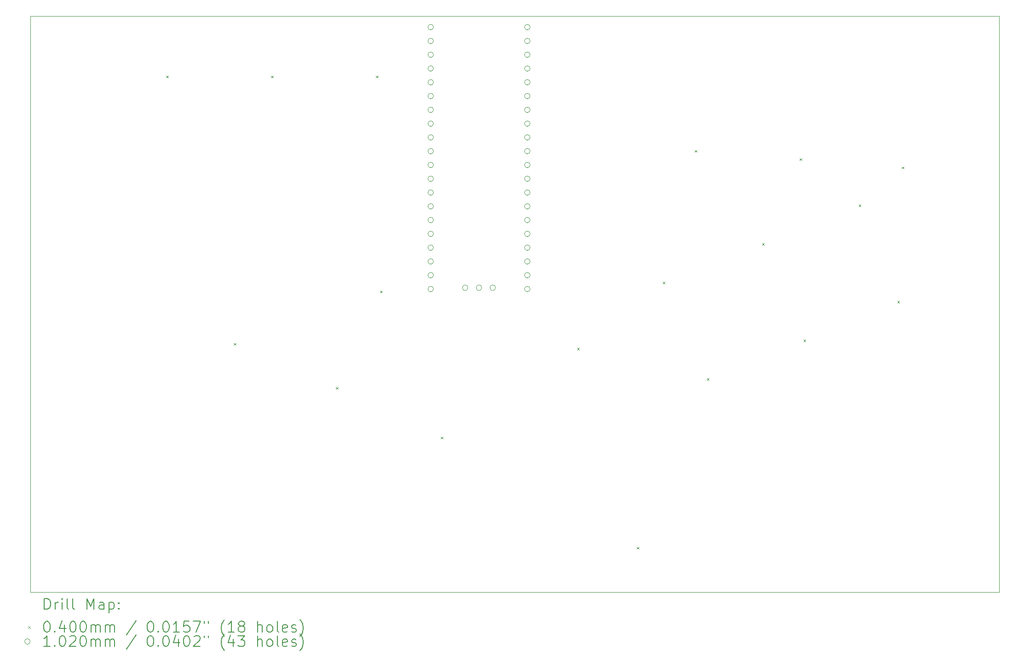
<source format=gbr>
%TF.GenerationSoftware,KiCad,Pcbnew,7.0.5*%
%TF.CreationDate,2023-08-06T16:06:25-05:00*%
%TF.ProjectId,NanoSwap,4e616e6f-5377-4617-902e-6b696361645f,rev?*%
%TF.SameCoordinates,Original*%
%TF.FileFunction,Drillmap*%
%TF.FilePolarity,Positive*%
%FSLAX45Y45*%
G04 Gerber Fmt 4.5, Leading zero omitted, Abs format (unit mm)*
G04 Created by KiCad (PCBNEW 7.0.5) date 2023-08-06 16:06:25*
%MOMM*%
%LPD*%
G01*
G04 APERTURE LIST*
%ADD10C,0.100000*%
%ADD11C,0.200000*%
%ADD12C,0.040000*%
%ADD13C,0.102000*%
G04 APERTURE END LIST*
D10*
X4521200Y-3606800D02*
X22352000Y-3606800D01*
X22352000Y-14224000D01*
X4521200Y-14224000D01*
X4521200Y-3606800D01*
D11*
D12*
X7018519Y-4703400D02*
X7058519Y-4743400D01*
X7058519Y-4703400D02*
X7018519Y-4743400D01*
X8260400Y-9632000D02*
X8300400Y-9672000D01*
X8300400Y-9632000D02*
X8260400Y-9672000D01*
X8948919Y-4703400D02*
X8988919Y-4743400D01*
X8988919Y-4703400D02*
X8948919Y-4743400D01*
X10140000Y-10444800D02*
X10180000Y-10484800D01*
X10180000Y-10444800D02*
X10140000Y-10484800D01*
X10879319Y-4703400D02*
X10919319Y-4743400D01*
X10919319Y-4703400D02*
X10879319Y-4743400D01*
X10952800Y-8666800D02*
X10992800Y-8706800D01*
X10992800Y-8666800D02*
X10952800Y-8706800D01*
X12070400Y-11359200D02*
X12110400Y-11399200D01*
X12110400Y-11359200D02*
X12070400Y-11399200D01*
X14582321Y-9720981D02*
X14622321Y-9760981D01*
X14622321Y-9720981D02*
X14582321Y-9760981D01*
X15677200Y-13391200D02*
X15717200Y-13431200D01*
X15717200Y-13391200D02*
X15677200Y-13431200D01*
X16157121Y-8501781D02*
X16197121Y-8541781D01*
X16197121Y-8501781D02*
X16157121Y-8541781D01*
X16744000Y-6076000D02*
X16784000Y-6116000D01*
X16784000Y-6076000D02*
X16744000Y-6116000D01*
X16969921Y-10279781D02*
X17009921Y-10319781D01*
X17009921Y-10279781D02*
X16969921Y-10319781D01*
X17985921Y-7790581D02*
X18025921Y-7830581D01*
X18025921Y-7790581D02*
X17985921Y-7830581D01*
X18674400Y-6228400D02*
X18714400Y-6268400D01*
X18714400Y-6228400D02*
X18674400Y-6268400D01*
X18747921Y-9568581D02*
X18787921Y-9608581D01*
X18787921Y-9568581D02*
X18747921Y-9608581D01*
X19763921Y-7079381D02*
X19803921Y-7119381D01*
X19803921Y-7079381D02*
X19763921Y-7119381D01*
X20475121Y-8857381D02*
X20515121Y-8897381D01*
X20515121Y-8857381D02*
X20475121Y-8897381D01*
X20554000Y-6380800D02*
X20594000Y-6420800D01*
X20594000Y-6380800D02*
X20554000Y-6420800D01*
D13*
X11938200Y-3810000D02*
G75*
G03*
X11938200Y-3810000I-51000J0D01*
G01*
X11938200Y-4064000D02*
G75*
G03*
X11938200Y-4064000I-51000J0D01*
G01*
X11938200Y-4318000D02*
G75*
G03*
X11938200Y-4318000I-51000J0D01*
G01*
X11938200Y-4572000D02*
G75*
G03*
X11938200Y-4572000I-51000J0D01*
G01*
X11938200Y-4826000D02*
G75*
G03*
X11938200Y-4826000I-51000J0D01*
G01*
X11938200Y-5080000D02*
G75*
G03*
X11938200Y-5080000I-51000J0D01*
G01*
X11938200Y-5334000D02*
G75*
G03*
X11938200Y-5334000I-51000J0D01*
G01*
X11938200Y-5588000D02*
G75*
G03*
X11938200Y-5588000I-51000J0D01*
G01*
X11938200Y-5842000D02*
G75*
G03*
X11938200Y-5842000I-51000J0D01*
G01*
X11938200Y-6096000D02*
G75*
G03*
X11938200Y-6096000I-51000J0D01*
G01*
X11938200Y-6350000D02*
G75*
G03*
X11938200Y-6350000I-51000J0D01*
G01*
X11938200Y-6604000D02*
G75*
G03*
X11938200Y-6604000I-51000J0D01*
G01*
X11938200Y-6858000D02*
G75*
G03*
X11938200Y-6858000I-51000J0D01*
G01*
X11938200Y-7112000D02*
G75*
G03*
X11938200Y-7112000I-51000J0D01*
G01*
X11938200Y-7366000D02*
G75*
G03*
X11938200Y-7366000I-51000J0D01*
G01*
X11938200Y-7620000D02*
G75*
G03*
X11938200Y-7620000I-51000J0D01*
G01*
X11938200Y-7874000D02*
G75*
G03*
X11938200Y-7874000I-51000J0D01*
G01*
X11938200Y-8128000D02*
G75*
G03*
X11938200Y-8128000I-51000J0D01*
G01*
X11938200Y-8382000D02*
G75*
G03*
X11938200Y-8382000I-51000J0D01*
G01*
X11938200Y-8636000D02*
G75*
G03*
X11938200Y-8636000I-51000J0D01*
G01*
X12573200Y-8613000D02*
G75*
G03*
X12573200Y-8613000I-51000J0D01*
G01*
X12827200Y-8613000D02*
G75*
G03*
X12827200Y-8613000I-51000J0D01*
G01*
X13081200Y-8613000D02*
G75*
G03*
X13081200Y-8613000I-51000J0D01*
G01*
X13716200Y-3810000D02*
G75*
G03*
X13716200Y-3810000I-51000J0D01*
G01*
X13716200Y-4064000D02*
G75*
G03*
X13716200Y-4064000I-51000J0D01*
G01*
X13716200Y-4318000D02*
G75*
G03*
X13716200Y-4318000I-51000J0D01*
G01*
X13716200Y-4572000D02*
G75*
G03*
X13716200Y-4572000I-51000J0D01*
G01*
X13716200Y-4826000D02*
G75*
G03*
X13716200Y-4826000I-51000J0D01*
G01*
X13716200Y-5080000D02*
G75*
G03*
X13716200Y-5080000I-51000J0D01*
G01*
X13716200Y-5334000D02*
G75*
G03*
X13716200Y-5334000I-51000J0D01*
G01*
X13716200Y-5588000D02*
G75*
G03*
X13716200Y-5588000I-51000J0D01*
G01*
X13716200Y-5842000D02*
G75*
G03*
X13716200Y-5842000I-51000J0D01*
G01*
X13716200Y-6096000D02*
G75*
G03*
X13716200Y-6096000I-51000J0D01*
G01*
X13716200Y-6350000D02*
G75*
G03*
X13716200Y-6350000I-51000J0D01*
G01*
X13716200Y-6604000D02*
G75*
G03*
X13716200Y-6604000I-51000J0D01*
G01*
X13716200Y-6858000D02*
G75*
G03*
X13716200Y-6858000I-51000J0D01*
G01*
X13716200Y-7112000D02*
G75*
G03*
X13716200Y-7112000I-51000J0D01*
G01*
X13716200Y-7366000D02*
G75*
G03*
X13716200Y-7366000I-51000J0D01*
G01*
X13716200Y-7620000D02*
G75*
G03*
X13716200Y-7620000I-51000J0D01*
G01*
X13716200Y-7874000D02*
G75*
G03*
X13716200Y-7874000I-51000J0D01*
G01*
X13716200Y-8128000D02*
G75*
G03*
X13716200Y-8128000I-51000J0D01*
G01*
X13716200Y-8382000D02*
G75*
G03*
X13716200Y-8382000I-51000J0D01*
G01*
X13716200Y-8636000D02*
G75*
G03*
X13716200Y-8636000I-51000J0D01*
G01*
D11*
X4776977Y-14540484D02*
X4776977Y-14340484D01*
X4776977Y-14340484D02*
X4824596Y-14340484D01*
X4824596Y-14340484D02*
X4853167Y-14350008D01*
X4853167Y-14350008D02*
X4872215Y-14369055D01*
X4872215Y-14369055D02*
X4881739Y-14388103D01*
X4881739Y-14388103D02*
X4891263Y-14426198D01*
X4891263Y-14426198D02*
X4891263Y-14454769D01*
X4891263Y-14454769D02*
X4881739Y-14492865D01*
X4881739Y-14492865D02*
X4872215Y-14511912D01*
X4872215Y-14511912D02*
X4853167Y-14530960D01*
X4853167Y-14530960D02*
X4824596Y-14540484D01*
X4824596Y-14540484D02*
X4776977Y-14540484D01*
X4976977Y-14540484D02*
X4976977Y-14407150D01*
X4976977Y-14445246D02*
X4986501Y-14426198D01*
X4986501Y-14426198D02*
X4996024Y-14416674D01*
X4996024Y-14416674D02*
X5015072Y-14407150D01*
X5015072Y-14407150D02*
X5034120Y-14407150D01*
X5100786Y-14540484D02*
X5100786Y-14407150D01*
X5100786Y-14340484D02*
X5091263Y-14350008D01*
X5091263Y-14350008D02*
X5100786Y-14359531D01*
X5100786Y-14359531D02*
X5110310Y-14350008D01*
X5110310Y-14350008D02*
X5100786Y-14340484D01*
X5100786Y-14340484D02*
X5100786Y-14359531D01*
X5224596Y-14540484D02*
X5205548Y-14530960D01*
X5205548Y-14530960D02*
X5196024Y-14511912D01*
X5196024Y-14511912D02*
X5196024Y-14340484D01*
X5329358Y-14540484D02*
X5310310Y-14530960D01*
X5310310Y-14530960D02*
X5300786Y-14511912D01*
X5300786Y-14511912D02*
X5300786Y-14340484D01*
X5557929Y-14540484D02*
X5557929Y-14340484D01*
X5557929Y-14340484D02*
X5624596Y-14483341D01*
X5624596Y-14483341D02*
X5691262Y-14340484D01*
X5691262Y-14340484D02*
X5691262Y-14540484D01*
X5872215Y-14540484D02*
X5872215Y-14435722D01*
X5872215Y-14435722D02*
X5862691Y-14416674D01*
X5862691Y-14416674D02*
X5843643Y-14407150D01*
X5843643Y-14407150D02*
X5805548Y-14407150D01*
X5805548Y-14407150D02*
X5786501Y-14416674D01*
X5872215Y-14530960D02*
X5853167Y-14540484D01*
X5853167Y-14540484D02*
X5805548Y-14540484D01*
X5805548Y-14540484D02*
X5786501Y-14530960D01*
X5786501Y-14530960D02*
X5776977Y-14511912D01*
X5776977Y-14511912D02*
X5776977Y-14492865D01*
X5776977Y-14492865D02*
X5786501Y-14473817D01*
X5786501Y-14473817D02*
X5805548Y-14464293D01*
X5805548Y-14464293D02*
X5853167Y-14464293D01*
X5853167Y-14464293D02*
X5872215Y-14454769D01*
X5967453Y-14407150D02*
X5967453Y-14607150D01*
X5967453Y-14416674D02*
X5986501Y-14407150D01*
X5986501Y-14407150D02*
X6024596Y-14407150D01*
X6024596Y-14407150D02*
X6043643Y-14416674D01*
X6043643Y-14416674D02*
X6053167Y-14426198D01*
X6053167Y-14426198D02*
X6062691Y-14445246D01*
X6062691Y-14445246D02*
X6062691Y-14502388D01*
X6062691Y-14502388D02*
X6053167Y-14521436D01*
X6053167Y-14521436D02*
X6043643Y-14530960D01*
X6043643Y-14530960D02*
X6024596Y-14540484D01*
X6024596Y-14540484D02*
X5986501Y-14540484D01*
X5986501Y-14540484D02*
X5967453Y-14530960D01*
X6148405Y-14521436D02*
X6157929Y-14530960D01*
X6157929Y-14530960D02*
X6148405Y-14540484D01*
X6148405Y-14540484D02*
X6138882Y-14530960D01*
X6138882Y-14530960D02*
X6148405Y-14521436D01*
X6148405Y-14521436D02*
X6148405Y-14540484D01*
X6148405Y-14416674D02*
X6157929Y-14426198D01*
X6157929Y-14426198D02*
X6148405Y-14435722D01*
X6148405Y-14435722D02*
X6138882Y-14426198D01*
X6138882Y-14426198D02*
X6148405Y-14416674D01*
X6148405Y-14416674D02*
X6148405Y-14435722D01*
D12*
X4476200Y-14849000D02*
X4516200Y-14889000D01*
X4516200Y-14849000D02*
X4476200Y-14889000D01*
D11*
X4815072Y-14760484D02*
X4834120Y-14760484D01*
X4834120Y-14760484D02*
X4853167Y-14770008D01*
X4853167Y-14770008D02*
X4862691Y-14779531D01*
X4862691Y-14779531D02*
X4872215Y-14798579D01*
X4872215Y-14798579D02*
X4881739Y-14836674D01*
X4881739Y-14836674D02*
X4881739Y-14884293D01*
X4881739Y-14884293D02*
X4872215Y-14922388D01*
X4872215Y-14922388D02*
X4862691Y-14941436D01*
X4862691Y-14941436D02*
X4853167Y-14950960D01*
X4853167Y-14950960D02*
X4834120Y-14960484D01*
X4834120Y-14960484D02*
X4815072Y-14960484D01*
X4815072Y-14960484D02*
X4796024Y-14950960D01*
X4796024Y-14950960D02*
X4786501Y-14941436D01*
X4786501Y-14941436D02*
X4776977Y-14922388D01*
X4776977Y-14922388D02*
X4767453Y-14884293D01*
X4767453Y-14884293D02*
X4767453Y-14836674D01*
X4767453Y-14836674D02*
X4776977Y-14798579D01*
X4776977Y-14798579D02*
X4786501Y-14779531D01*
X4786501Y-14779531D02*
X4796024Y-14770008D01*
X4796024Y-14770008D02*
X4815072Y-14760484D01*
X4967453Y-14941436D02*
X4976977Y-14950960D01*
X4976977Y-14950960D02*
X4967453Y-14960484D01*
X4967453Y-14960484D02*
X4957929Y-14950960D01*
X4957929Y-14950960D02*
X4967453Y-14941436D01*
X4967453Y-14941436D02*
X4967453Y-14960484D01*
X5148405Y-14827150D02*
X5148405Y-14960484D01*
X5100786Y-14750960D02*
X5053167Y-14893817D01*
X5053167Y-14893817D02*
X5176977Y-14893817D01*
X5291263Y-14760484D02*
X5310310Y-14760484D01*
X5310310Y-14760484D02*
X5329358Y-14770008D01*
X5329358Y-14770008D02*
X5338882Y-14779531D01*
X5338882Y-14779531D02*
X5348405Y-14798579D01*
X5348405Y-14798579D02*
X5357929Y-14836674D01*
X5357929Y-14836674D02*
X5357929Y-14884293D01*
X5357929Y-14884293D02*
X5348405Y-14922388D01*
X5348405Y-14922388D02*
X5338882Y-14941436D01*
X5338882Y-14941436D02*
X5329358Y-14950960D01*
X5329358Y-14950960D02*
X5310310Y-14960484D01*
X5310310Y-14960484D02*
X5291263Y-14960484D01*
X5291263Y-14960484D02*
X5272215Y-14950960D01*
X5272215Y-14950960D02*
X5262691Y-14941436D01*
X5262691Y-14941436D02*
X5253167Y-14922388D01*
X5253167Y-14922388D02*
X5243644Y-14884293D01*
X5243644Y-14884293D02*
X5243644Y-14836674D01*
X5243644Y-14836674D02*
X5253167Y-14798579D01*
X5253167Y-14798579D02*
X5262691Y-14779531D01*
X5262691Y-14779531D02*
X5272215Y-14770008D01*
X5272215Y-14770008D02*
X5291263Y-14760484D01*
X5481739Y-14760484D02*
X5500786Y-14760484D01*
X5500786Y-14760484D02*
X5519834Y-14770008D01*
X5519834Y-14770008D02*
X5529358Y-14779531D01*
X5529358Y-14779531D02*
X5538882Y-14798579D01*
X5538882Y-14798579D02*
X5548405Y-14836674D01*
X5548405Y-14836674D02*
X5548405Y-14884293D01*
X5548405Y-14884293D02*
X5538882Y-14922388D01*
X5538882Y-14922388D02*
X5529358Y-14941436D01*
X5529358Y-14941436D02*
X5519834Y-14950960D01*
X5519834Y-14950960D02*
X5500786Y-14960484D01*
X5500786Y-14960484D02*
X5481739Y-14960484D01*
X5481739Y-14960484D02*
X5462691Y-14950960D01*
X5462691Y-14950960D02*
X5453167Y-14941436D01*
X5453167Y-14941436D02*
X5443644Y-14922388D01*
X5443644Y-14922388D02*
X5434120Y-14884293D01*
X5434120Y-14884293D02*
X5434120Y-14836674D01*
X5434120Y-14836674D02*
X5443644Y-14798579D01*
X5443644Y-14798579D02*
X5453167Y-14779531D01*
X5453167Y-14779531D02*
X5462691Y-14770008D01*
X5462691Y-14770008D02*
X5481739Y-14760484D01*
X5634120Y-14960484D02*
X5634120Y-14827150D01*
X5634120Y-14846198D02*
X5643643Y-14836674D01*
X5643643Y-14836674D02*
X5662691Y-14827150D01*
X5662691Y-14827150D02*
X5691263Y-14827150D01*
X5691263Y-14827150D02*
X5710310Y-14836674D01*
X5710310Y-14836674D02*
X5719834Y-14855722D01*
X5719834Y-14855722D02*
X5719834Y-14960484D01*
X5719834Y-14855722D02*
X5729358Y-14836674D01*
X5729358Y-14836674D02*
X5748405Y-14827150D01*
X5748405Y-14827150D02*
X5776977Y-14827150D01*
X5776977Y-14827150D02*
X5796024Y-14836674D01*
X5796024Y-14836674D02*
X5805548Y-14855722D01*
X5805548Y-14855722D02*
X5805548Y-14960484D01*
X5900786Y-14960484D02*
X5900786Y-14827150D01*
X5900786Y-14846198D02*
X5910310Y-14836674D01*
X5910310Y-14836674D02*
X5929358Y-14827150D01*
X5929358Y-14827150D02*
X5957929Y-14827150D01*
X5957929Y-14827150D02*
X5976977Y-14836674D01*
X5976977Y-14836674D02*
X5986501Y-14855722D01*
X5986501Y-14855722D02*
X5986501Y-14960484D01*
X5986501Y-14855722D02*
X5996024Y-14836674D01*
X5996024Y-14836674D02*
X6015072Y-14827150D01*
X6015072Y-14827150D02*
X6043643Y-14827150D01*
X6043643Y-14827150D02*
X6062691Y-14836674D01*
X6062691Y-14836674D02*
X6072215Y-14855722D01*
X6072215Y-14855722D02*
X6072215Y-14960484D01*
X6462691Y-14750960D02*
X6291263Y-15008103D01*
X6719834Y-14760484D02*
X6738882Y-14760484D01*
X6738882Y-14760484D02*
X6757929Y-14770008D01*
X6757929Y-14770008D02*
X6767453Y-14779531D01*
X6767453Y-14779531D02*
X6776977Y-14798579D01*
X6776977Y-14798579D02*
X6786501Y-14836674D01*
X6786501Y-14836674D02*
X6786501Y-14884293D01*
X6786501Y-14884293D02*
X6776977Y-14922388D01*
X6776977Y-14922388D02*
X6767453Y-14941436D01*
X6767453Y-14941436D02*
X6757929Y-14950960D01*
X6757929Y-14950960D02*
X6738882Y-14960484D01*
X6738882Y-14960484D02*
X6719834Y-14960484D01*
X6719834Y-14960484D02*
X6700786Y-14950960D01*
X6700786Y-14950960D02*
X6691263Y-14941436D01*
X6691263Y-14941436D02*
X6681739Y-14922388D01*
X6681739Y-14922388D02*
X6672215Y-14884293D01*
X6672215Y-14884293D02*
X6672215Y-14836674D01*
X6672215Y-14836674D02*
X6681739Y-14798579D01*
X6681739Y-14798579D02*
X6691263Y-14779531D01*
X6691263Y-14779531D02*
X6700786Y-14770008D01*
X6700786Y-14770008D02*
X6719834Y-14760484D01*
X6872215Y-14941436D02*
X6881739Y-14950960D01*
X6881739Y-14950960D02*
X6872215Y-14960484D01*
X6872215Y-14960484D02*
X6862691Y-14950960D01*
X6862691Y-14950960D02*
X6872215Y-14941436D01*
X6872215Y-14941436D02*
X6872215Y-14960484D01*
X7005548Y-14760484D02*
X7024596Y-14760484D01*
X7024596Y-14760484D02*
X7043644Y-14770008D01*
X7043644Y-14770008D02*
X7053167Y-14779531D01*
X7053167Y-14779531D02*
X7062691Y-14798579D01*
X7062691Y-14798579D02*
X7072215Y-14836674D01*
X7072215Y-14836674D02*
X7072215Y-14884293D01*
X7072215Y-14884293D02*
X7062691Y-14922388D01*
X7062691Y-14922388D02*
X7053167Y-14941436D01*
X7053167Y-14941436D02*
X7043644Y-14950960D01*
X7043644Y-14950960D02*
X7024596Y-14960484D01*
X7024596Y-14960484D02*
X7005548Y-14960484D01*
X7005548Y-14960484D02*
X6986501Y-14950960D01*
X6986501Y-14950960D02*
X6976977Y-14941436D01*
X6976977Y-14941436D02*
X6967453Y-14922388D01*
X6967453Y-14922388D02*
X6957929Y-14884293D01*
X6957929Y-14884293D02*
X6957929Y-14836674D01*
X6957929Y-14836674D02*
X6967453Y-14798579D01*
X6967453Y-14798579D02*
X6976977Y-14779531D01*
X6976977Y-14779531D02*
X6986501Y-14770008D01*
X6986501Y-14770008D02*
X7005548Y-14760484D01*
X7262691Y-14960484D02*
X7148406Y-14960484D01*
X7205548Y-14960484D02*
X7205548Y-14760484D01*
X7205548Y-14760484D02*
X7186501Y-14789055D01*
X7186501Y-14789055D02*
X7167453Y-14808103D01*
X7167453Y-14808103D02*
X7148406Y-14817627D01*
X7443644Y-14760484D02*
X7348406Y-14760484D01*
X7348406Y-14760484D02*
X7338882Y-14855722D01*
X7338882Y-14855722D02*
X7348406Y-14846198D01*
X7348406Y-14846198D02*
X7367453Y-14836674D01*
X7367453Y-14836674D02*
X7415072Y-14836674D01*
X7415072Y-14836674D02*
X7434120Y-14846198D01*
X7434120Y-14846198D02*
X7443644Y-14855722D01*
X7443644Y-14855722D02*
X7453167Y-14874769D01*
X7453167Y-14874769D02*
X7453167Y-14922388D01*
X7453167Y-14922388D02*
X7443644Y-14941436D01*
X7443644Y-14941436D02*
X7434120Y-14950960D01*
X7434120Y-14950960D02*
X7415072Y-14960484D01*
X7415072Y-14960484D02*
X7367453Y-14960484D01*
X7367453Y-14960484D02*
X7348406Y-14950960D01*
X7348406Y-14950960D02*
X7338882Y-14941436D01*
X7519834Y-14760484D02*
X7653167Y-14760484D01*
X7653167Y-14760484D02*
X7567453Y-14960484D01*
X7719834Y-14760484D02*
X7719834Y-14798579D01*
X7796025Y-14760484D02*
X7796025Y-14798579D01*
X8091263Y-15036674D02*
X8081739Y-15027150D01*
X8081739Y-15027150D02*
X8062691Y-14998579D01*
X8062691Y-14998579D02*
X8053168Y-14979531D01*
X8053168Y-14979531D02*
X8043644Y-14950960D01*
X8043644Y-14950960D02*
X8034120Y-14903341D01*
X8034120Y-14903341D02*
X8034120Y-14865246D01*
X8034120Y-14865246D02*
X8043644Y-14817627D01*
X8043644Y-14817627D02*
X8053168Y-14789055D01*
X8053168Y-14789055D02*
X8062691Y-14770008D01*
X8062691Y-14770008D02*
X8081739Y-14741436D01*
X8081739Y-14741436D02*
X8091263Y-14731912D01*
X8272215Y-14960484D02*
X8157929Y-14960484D01*
X8215072Y-14960484D02*
X8215072Y-14760484D01*
X8215072Y-14760484D02*
X8196025Y-14789055D01*
X8196025Y-14789055D02*
X8176977Y-14808103D01*
X8176977Y-14808103D02*
X8157929Y-14817627D01*
X8386501Y-14846198D02*
X8367453Y-14836674D01*
X8367453Y-14836674D02*
X8357929Y-14827150D01*
X8357929Y-14827150D02*
X8348406Y-14808103D01*
X8348406Y-14808103D02*
X8348406Y-14798579D01*
X8348406Y-14798579D02*
X8357929Y-14779531D01*
X8357929Y-14779531D02*
X8367453Y-14770008D01*
X8367453Y-14770008D02*
X8386501Y-14760484D01*
X8386501Y-14760484D02*
X8424596Y-14760484D01*
X8424596Y-14760484D02*
X8443644Y-14770008D01*
X8443644Y-14770008D02*
X8453168Y-14779531D01*
X8453168Y-14779531D02*
X8462691Y-14798579D01*
X8462691Y-14798579D02*
X8462691Y-14808103D01*
X8462691Y-14808103D02*
X8453168Y-14827150D01*
X8453168Y-14827150D02*
X8443644Y-14836674D01*
X8443644Y-14836674D02*
X8424596Y-14846198D01*
X8424596Y-14846198D02*
X8386501Y-14846198D01*
X8386501Y-14846198D02*
X8367453Y-14855722D01*
X8367453Y-14855722D02*
X8357929Y-14865246D01*
X8357929Y-14865246D02*
X8348406Y-14884293D01*
X8348406Y-14884293D02*
X8348406Y-14922388D01*
X8348406Y-14922388D02*
X8357929Y-14941436D01*
X8357929Y-14941436D02*
X8367453Y-14950960D01*
X8367453Y-14950960D02*
X8386501Y-14960484D01*
X8386501Y-14960484D02*
X8424596Y-14960484D01*
X8424596Y-14960484D02*
X8443644Y-14950960D01*
X8443644Y-14950960D02*
X8453168Y-14941436D01*
X8453168Y-14941436D02*
X8462691Y-14922388D01*
X8462691Y-14922388D02*
X8462691Y-14884293D01*
X8462691Y-14884293D02*
X8453168Y-14865246D01*
X8453168Y-14865246D02*
X8443644Y-14855722D01*
X8443644Y-14855722D02*
X8424596Y-14846198D01*
X8700787Y-14960484D02*
X8700787Y-14760484D01*
X8786501Y-14960484D02*
X8786501Y-14855722D01*
X8786501Y-14855722D02*
X8776977Y-14836674D01*
X8776977Y-14836674D02*
X8757930Y-14827150D01*
X8757930Y-14827150D02*
X8729358Y-14827150D01*
X8729358Y-14827150D02*
X8710311Y-14836674D01*
X8710311Y-14836674D02*
X8700787Y-14846198D01*
X8910311Y-14960484D02*
X8891263Y-14950960D01*
X8891263Y-14950960D02*
X8881739Y-14941436D01*
X8881739Y-14941436D02*
X8872215Y-14922388D01*
X8872215Y-14922388D02*
X8872215Y-14865246D01*
X8872215Y-14865246D02*
X8881739Y-14846198D01*
X8881739Y-14846198D02*
X8891263Y-14836674D01*
X8891263Y-14836674D02*
X8910311Y-14827150D01*
X8910311Y-14827150D02*
X8938882Y-14827150D01*
X8938882Y-14827150D02*
X8957930Y-14836674D01*
X8957930Y-14836674D02*
X8967453Y-14846198D01*
X8967453Y-14846198D02*
X8976977Y-14865246D01*
X8976977Y-14865246D02*
X8976977Y-14922388D01*
X8976977Y-14922388D02*
X8967453Y-14941436D01*
X8967453Y-14941436D02*
X8957930Y-14950960D01*
X8957930Y-14950960D02*
X8938882Y-14960484D01*
X8938882Y-14960484D02*
X8910311Y-14960484D01*
X9091263Y-14960484D02*
X9072215Y-14950960D01*
X9072215Y-14950960D02*
X9062692Y-14931912D01*
X9062692Y-14931912D02*
X9062692Y-14760484D01*
X9243644Y-14950960D02*
X9224596Y-14960484D01*
X9224596Y-14960484D02*
X9186501Y-14960484D01*
X9186501Y-14960484D02*
X9167453Y-14950960D01*
X9167453Y-14950960D02*
X9157930Y-14931912D01*
X9157930Y-14931912D02*
X9157930Y-14855722D01*
X9157930Y-14855722D02*
X9167453Y-14836674D01*
X9167453Y-14836674D02*
X9186501Y-14827150D01*
X9186501Y-14827150D02*
X9224596Y-14827150D01*
X9224596Y-14827150D02*
X9243644Y-14836674D01*
X9243644Y-14836674D02*
X9253168Y-14855722D01*
X9253168Y-14855722D02*
X9253168Y-14874769D01*
X9253168Y-14874769D02*
X9157930Y-14893817D01*
X9329358Y-14950960D02*
X9348406Y-14960484D01*
X9348406Y-14960484D02*
X9386501Y-14960484D01*
X9386501Y-14960484D02*
X9405549Y-14950960D01*
X9405549Y-14950960D02*
X9415073Y-14931912D01*
X9415073Y-14931912D02*
X9415073Y-14922388D01*
X9415073Y-14922388D02*
X9405549Y-14903341D01*
X9405549Y-14903341D02*
X9386501Y-14893817D01*
X9386501Y-14893817D02*
X9357930Y-14893817D01*
X9357930Y-14893817D02*
X9338882Y-14884293D01*
X9338882Y-14884293D02*
X9329358Y-14865246D01*
X9329358Y-14865246D02*
X9329358Y-14855722D01*
X9329358Y-14855722D02*
X9338882Y-14836674D01*
X9338882Y-14836674D02*
X9357930Y-14827150D01*
X9357930Y-14827150D02*
X9386501Y-14827150D01*
X9386501Y-14827150D02*
X9405549Y-14836674D01*
X9481739Y-15036674D02*
X9491263Y-15027150D01*
X9491263Y-15027150D02*
X9510311Y-14998579D01*
X9510311Y-14998579D02*
X9519834Y-14979531D01*
X9519834Y-14979531D02*
X9529358Y-14950960D01*
X9529358Y-14950960D02*
X9538882Y-14903341D01*
X9538882Y-14903341D02*
X9538882Y-14865246D01*
X9538882Y-14865246D02*
X9529358Y-14817627D01*
X9529358Y-14817627D02*
X9519834Y-14789055D01*
X9519834Y-14789055D02*
X9510311Y-14770008D01*
X9510311Y-14770008D02*
X9491263Y-14741436D01*
X9491263Y-14741436D02*
X9481739Y-14731912D01*
D13*
X4516200Y-15133000D02*
G75*
G03*
X4516200Y-15133000I-51000J0D01*
G01*
D11*
X4881739Y-15224484D02*
X4767453Y-15224484D01*
X4824596Y-15224484D02*
X4824596Y-15024484D01*
X4824596Y-15024484D02*
X4805548Y-15053055D01*
X4805548Y-15053055D02*
X4786501Y-15072103D01*
X4786501Y-15072103D02*
X4767453Y-15081627D01*
X4967453Y-15205436D02*
X4976977Y-15214960D01*
X4976977Y-15214960D02*
X4967453Y-15224484D01*
X4967453Y-15224484D02*
X4957929Y-15214960D01*
X4957929Y-15214960D02*
X4967453Y-15205436D01*
X4967453Y-15205436D02*
X4967453Y-15224484D01*
X5100786Y-15024484D02*
X5119834Y-15024484D01*
X5119834Y-15024484D02*
X5138882Y-15034008D01*
X5138882Y-15034008D02*
X5148405Y-15043531D01*
X5148405Y-15043531D02*
X5157929Y-15062579D01*
X5157929Y-15062579D02*
X5167453Y-15100674D01*
X5167453Y-15100674D02*
X5167453Y-15148293D01*
X5167453Y-15148293D02*
X5157929Y-15186388D01*
X5157929Y-15186388D02*
X5148405Y-15205436D01*
X5148405Y-15205436D02*
X5138882Y-15214960D01*
X5138882Y-15214960D02*
X5119834Y-15224484D01*
X5119834Y-15224484D02*
X5100786Y-15224484D01*
X5100786Y-15224484D02*
X5081739Y-15214960D01*
X5081739Y-15214960D02*
X5072215Y-15205436D01*
X5072215Y-15205436D02*
X5062691Y-15186388D01*
X5062691Y-15186388D02*
X5053167Y-15148293D01*
X5053167Y-15148293D02*
X5053167Y-15100674D01*
X5053167Y-15100674D02*
X5062691Y-15062579D01*
X5062691Y-15062579D02*
X5072215Y-15043531D01*
X5072215Y-15043531D02*
X5081739Y-15034008D01*
X5081739Y-15034008D02*
X5100786Y-15024484D01*
X5243644Y-15043531D02*
X5253167Y-15034008D01*
X5253167Y-15034008D02*
X5272215Y-15024484D01*
X5272215Y-15024484D02*
X5319834Y-15024484D01*
X5319834Y-15024484D02*
X5338882Y-15034008D01*
X5338882Y-15034008D02*
X5348405Y-15043531D01*
X5348405Y-15043531D02*
X5357929Y-15062579D01*
X5357929Y-15062579D02*
X5357929Y-15081627D01*
X5357929Y-15081627D02*
X5348405Y-15110198D01*
X5348405Y-15110198D02*
X5234120Y-15224484D01*
X5234120Y-15224484D02*
X5357929Y-15224484D01*
X5481739Y-15024484D02*
X5500786Y-15024484D01*
X5500786Y-15024484D02*
X5519834Y-15034008D01*
X5519834Y-15034008D02*
X5529358Y-15043531D01*
X5529358Y-15043531D02*
X5538882Y-15062579D01*
X5538882Y-15062579D02*
X5548405Y-15100674D01*
X5548405Y-15100674D02*
X5548405Y-15148293D01*
X5548405Y-15148293D02*
X5538882Y-15186388D01*
X5538882Y-15186388D02*
X5529358Y-15205436D01*
X5529358Y-15205436D02*
X5519834Y-15214960D01*
X5519834Y-15214960D02*
X5500786Y-15224484D01*
X5500786Y-15224484D02*
X5481739Y-15224484D01*
X5481739Y-15224484D02*
X5462691Y-15214960D01*
X5462691Y-15214960D02*
X5453167Y-15205436D01*
X5453167Y-15205436D02*
X5443644Y-15186388D01*
X5443644Y-15186388D02*
X5434120Y-15148293D01*
X5434120Y-15148293D02*
X5434120Y-15100674D01*
X5434120Y-15100674D02*
X5443644Y-15062579D01*
X5443644Y-15062579D02*
X5453167Y-15043531D01*
X5453167Y-15043531D02*
X5462691Y-15034008D01*
X5462691Y-15034008D02*
X5481739Y-15024484D01*
X5634120Y-15224484D02*
X5634120Y-15091150D01*
X5634120Y-15110198D02*
X5643643Y-15100674D01*
X5643643Y-15100674D02*
X5662691Y-15091150D01*
X5662691Y-15091150D02*
X5691263Y-15091150D01*
X5691263Y-15091150D02*
X5710310Y-15100674D01*
X5710310Y-15100674D02*
X5719834Y-15119722D01*
X5719834Y-15119722D02*
X5719834Y-15224484D01*
X5719834Y-15119722D02*
X5729358Y-15100674D01*
X5729358Y-15100674D02*
X5748405Y-15091150D01*
X5748405Y-15091150D02*
X5776977Y-15091150D01*
X5776977Y-15091150D02*
X5796024Y-15100674D01*
X5796024Y-15100674D02*
X5805548Y-15119722D01*
X5805548Y-15119722D02*
X5805548Y-15224484D01*
X5900786Y-15224484D02*
X5900786Y-15091150D01*
X5900786Y-15110198D02*
X5910310Y-15100674D01*
X5910310Y-15100674D02*
X5929358Y-15091150D01*
X5929358Y-15091150D02*
X5957929Y-15091150D01*
X5957929Y-15091150D02*
X5976977Y-15100674D01*
X5976977Y-15100674D02*
X5986501Y-15119722D01*
X5986501Y-15119722D02*
X5986501Y-15224484D01*
X5986501Y-15119722D02*
X5996024Y-15100674D01*
X5996024Y-15100674D02*
X6015072Y-15091150D01*
X6015072Y-15091150D02*
X6043643Y-15091150D01*
X6043643Y-15091150D02*
X6062691Y-15100674D01*
X6062691Y-15100674D02*
X6072215Y-15119722D01*
X6072215Y-15119722D02*
X6072215Y-15224484D01*
X6462691Y-15014960D02*
X6291263Y-15272103D01*
X6719834Y-15024484D02*
X6738882Y-15024484D01*
X6738882Y-15024484D02*
X6757929Y-15034008D01*
X6757929Y-15034008D02*
X6767453Y-15043531D01*
X6767453Y-15043531D02*
X6776977Y-15062579D01*
X6776977Y-15062579D02*
X6786501Y-15100674D01*
X6786501Y-15100674D02*
X6786501Y-15148293D01*
X6786501Y-15148293D02*
X6776977Y-15186388D01*
X6776977Y-15186388D02*
X6767453Y-15205436D01*
X6767453Y-15205436D02*
X6757929Y-15214960D01*
X6757929Y-15214960D02*
X6738882Y-15224484D01*
X6738882Y-15224484D02*
X6719834Y-15224484D01*
X6719834Y-15224484D02*
X6700786Y-15214960D01*
X6700786Y-15214960D02*
X6691263Y-15205436D01*
X6691263Y-15205436D02*
X6681739Y-15186388D01*
X6681739Y-15186388D02*
X6672215Y-15148293D01*
X6672215Y-15148293D02*
X6672215Y-15100674D01*
X6672215Y-15100674D02*
X6681739Y-15062579D01*
X6681739Y-15062579D02*
X6691263Y-15043531D01*
X6691263Y-15043531D02*
X6700786Y-15034008D01*
X6700786Y-15034008D02*
X6719834Y-15024484D01*
X6872215Y-15205436D02*
X6881739Y-15214960D01*
X6881739Y-15214960D02*
X6872215Y-15224484D01*
X6872215Y-15224484D02*
X6862691Y-15214960D01*
X6862691Y-15214960D02*
X6872215Y-15205436D01*
X6872215Y-15205436D02*
X6872215Y-15224484D01*
X7005548Y-15024484D02*
X7024596Y-15024484D01*
X7024596Y-15024484D02*
X7043644Y-15034008D01*
X7043644Y-15034008D02*
X7053167Y-15043531D01*
X7053167Y-15043531D02*
X7062691Y-15062579D01*
X7062691Y-15062579D02*
X7072215Y-15100674D01*
X7072215Y-15100674D02*
X7072215Y-15148293D01*
X7072215Y-15148293D02*
X7062691Y-15186388D01*
X7062691Y-15186388D02*
X7053167Y-15205436D01*
X7053167Y-15205436D02*
X7043644Y-15214960D01*
X7043644Y-15214960D02*
X7024596Y-15224484D01*
X7024596Y-15224484D02*
X7005548Y-15224484D01*
X7005548Y-15224484D02*
X6986501Y-15214960D01*
X6986501Y-15214960D02*
X6976977Y-15205436D01*
X6976977Y-15205436D02*
X6967453Y-15186388D01*
X6967453Y-15186388D02*
X6957929Y-15148293D01*
X6957929Y-15148293D02*
X6957929Y-15100674D01*
X6957929Y-15100674D02*
X6967453Y-15062579D01*
X6967453Y-15062579D02*
X6976977Y-15043531D01*
X6976977Y-15043531D02*
X6986501Y-15034008D01*
X6986501Y-15034008D02*
X7005548Y-15024484D01*
X7243644Y-15091150D02*
X7243644Y-15224484D01*
X7196025Y-15014960D02*
X7148406Y-15157817D01*
X7148406Y-15157817D02*
X7272215Y-15157817D01*
X7386501Y-15024484D02*
X7405548Y-15024484D01*
X7405548Y-15024484D02*
X7424596Y-15034008D01*
X7424596Y-15034008D02*
X7434120Y-15043531D01*
X7434120Y-15043531D02*
X7443644Y-15062579D01*
X7443644Y-15062579D02*
X7453167Y-15100674D01*
X7453167Y-15100674D02*
X7453167Y-15148293D01*
X7453167Y-15148293D02*
X7443644Y-15186388D01*
X7443644Y-15186388D02*
X7434120Y-15205436D01*
X7434120Y-15205436D02*
X7424596Y-15214960D01*
X7424596Y-15214960D02*
X7405548Y-15224484D01*
X7405548Y-15224484D02*
X7386501Y-15224484D01*
X7386501Y-15224484D02*
X7367453Y-15214960D01*
X7367453Y-15214960D02*
X7357929Y-15205436D01*
X7357929Y-15205436D02*
X7348406Y-15186388D01*
X7348406Y-15186388D02*
X7338882Y-15148293D01*
X7338882Y-15148293D02*
X7338882Y-15100674D01*
X7338882Y-15100674D02*
X7348406Y-15062579D01*
X7348406Y-15062579D02*
X7357929Y-15043531D01*
X7357929Y-15043531D02*
X7367453Y-15034008D01*
X7367453Y-15034008D02*
X7386501Y-15024484D01*
X7529358Y-15043531D02*
X7538882Y-15034008D01*
X7538882Y-15034008D02*
X7557929Y-15024484D01*
X7557929Y-15024484D02*
X7605548Y-15024484D01*
X7605548Y-15024484D02*
X7624596Y-15034008D01*
X7624596Y-15034008D02*
X7634120Y-15043531D01*
X7634120Y-15043531D02*
X7643644Y-15062579D01*
X7643644Y-15062579D02*
X7643644Y-15081627D01*
X7643644Y-15081627D02*
X7634120Y-15110198D01*
X7634120Y-15110198D02*
X7519834Y-15224484D01*
X7519834Y-15224484D02*
X7643644Y-15224484D01*
X7719834Y-15024484D02*
X7719834Y-15062579D01*
X7796025Y-15024484D02*
X7796025Y-15062579D01*
X8091263Y-15300674D02*
X8081739Y-15291150D01*
X8081739Y-15291150D02*
X8062691Y-15262579D01*
X8062691Y-15262579D02*
X8053168Y-15243531D01*
X8053168Y-15243531D02*
X8043644Y-15214960D01*
X8043644Y-15214960D02*
X8034120Y-15167341D01*
X8034120Y-15167341D02*
X8034120Y-15129246D01*
X8034120Y-15129246D02*
X8043644Y-15081627D01*
X8043644Y-15081627D02*
X8053168Y-15053055D01*
X8053168Y-15053055D02*
X8062691Y-15034008D01*
X8062691Y-15034008D02*
X8081739Y-15005436D01*
X8081739Y-15005436D02*
X8091263Y-14995912D01*
X8253168Y-15091150D02*
X8253168Y-15224484D01*
X8205548Y-15014960D02*
X8157929Y-15157817D01*
X8157929Y-15157817D02*
X8281739Y-15157817D01*
X8338882Y-15024484D02*
X8462691Y-15024484D01*
X8462691Y-15024484D02*
X8396025Y-15100674D01*
X8396025Y-15100674D02*
X8424596Y-15100674D01*
X8424596Y-15100674D02*
X8443644Y-15110198D01*
X8443644Y-15110198D02*
X8453168Y-15119722D01*
X8453168Y-15119722D02*
X8462691Y-15138769D01*
X8462691Y-15138769D02*
X8462691Y-15186388D01*
X8462691Y-15186388D02*
X8453168Y-15205436D01*
X8453168Y-15205436D02*
X8443644Y-15214960D01*
X8443644Y-15214960D02*
X8424596Y-15224484D01*
X8424596Y-15224484D02*
X8367453Y-15224484D01*
X8367453Y-15224484D02*
X8348406Y-15214960D01*
X8348406Y-15214960D02*
X8338882Y-15205436D01*
X8700787Y-15224484D02*
X8700787Y-15024484D01*
X8786501Y-15224484D02*
X8786501Y-15119722D01*
X8786501Y-15119722D02*
X8776977Y-15100674D01*
X8776977Y-15100674D02*
X8757930Y-15091150D01*
X8757930Y-15091150D02*
X8729358Y-15091150D01*
X8729358Y-15091150D02*
X8710311Y-15100674D01*
X8710311Y-15100674D02*
X8700787Y-15110198D01*
X8910311Y-15224484D02*
X8891263Y-15214960D01*
X8891263Y-15214960D02*
X8881739Y-15205436D01*
X8881739Y-15205436D02*
X8872215Y-15186388D01*
X8872215Y-15186388D02*
X8872215Y-15129246D01*
X8872215Y-15129246D02*
X8881739Y-15110198D01*
X8881739Y-15110198D02*
X8891263Y-15100674D01*
X8891263Y-15100674D02*
X8910311Y-15091150D01*
X8910311Y-15091150D02*
X8938882Y-15091150D01*
X8938882Y-15091150D02*
X8957930Y-15100674D01*
X8957930Y-15100674D02*
X8967453Y-15110198D01*
X8967453Y-15110198D02*
X8976977Y-15129246D01*
X8976977Y-15129246D02*
X8976977Y-15186388D01*
X8976977Y-15186388D02*
X8967453Y-15205436D01*
X8967453Y-15205436D02*
X8957930Y-15214960D01*
X8957930Y-15214960D02*
X8938882Y-15224484D01*
X8938882Y-15224484D02*
X8910311Y-15224484D01*
X9091263Y-15224484D02*
X9072215Y-15214960D01*
X9072215Y-15214960D02*
X9062692Y-15195912D01*
X9062692Y-15195912D02*
X9062692Y-15024484D01*
X9243644Y-15214960D02*
X9224596Y-15224484D01*
X9224596Y-15224484D02*
X9186501Y-15224484D01*
X9186501Y-15224484D02*
X9167453Y-15214960D01*
X9167453Y-15214960D02*
X9157930Y-15195912D01*
X9157930Y-15195912D02*
X9157930Y-15119722D01*
X9157930Y-15119722D02*
X9167453Y-15100674D01*
X9167453Y-15100674D02*
X9186501Y-15091150D01*
X9186501Y-15091150D02*
X9224596Y-15091150D01*
X9224596Y-15091150D02*
X9243644Y-15100674D01*
X9243644Y-15100674D02*
X9253168Y-15119722D01*
X9253168Y-15119722D02*
X9253168Y-15138769D01*
X9253168Y-15138769D02*
X9157930Y-15157817D01*
X9329358Y-15214960D02*
X9348406Y-15224484D01*
X9348406Y-15224484D02*
X9386501Y-15224484D01*
X9386501Y-15224484D02*
X9405549Y-15214960D01*
X9405549Y-15214960D02*
X9415073Y-15195912D01*
X9415073Y-15195912D02*
X9415073Y-15186388D01*
X9415073Y-15186388D02*
X9405549Y-15167341D01*
X9405549Y-15167341D02*
X9386501Y-15157817D01*
X9386501Y-15157817D02*
X9357930Y-15157817D01*
X9357930Y-15157817D02*
X9338882Y-15148293D01*
X9338882Y-15148293D02*
X9329358Y-15129246D01*
X9329358Y-15129246D02*
X9329358Y-15119722D01*
X9329358Y-15119722D02*
X9338882Y-15100674D01*
X9338882Y-15100674D02*
X9357930Y-15091150D01*
X9357930Y-15091150D02*
X9386501Y-15091150D01*
X9386501Y-15091150D02*
X9405549Y-15100674D01*
X9481739Y-15300674D02*
X9491263Y-15291150D01*
X9491263Y-15291150D02*
X9510311Y-15262579D01*
X9510311Y-15262579D02*
X9519834Y-15243531D01*
X9519834Y-15243531D02*
X9529358Y-15214960D01*
X9529358Y-15214960D02*
X9538882Y-15167341D01*
X9538882Y-15167341D02*
X9538882Y-15129246D01*
X9538882Y-15129246D02*
X9529358Y-15081627D01*
X9529358Y-15081627D02*
X9519834Y-15053055D01*
X9519834Y-15053055D02*
X9510311Y-15034008D01*
X9510311Y-15034008D02*
X9491263Y-15005436D01*
X9491263Y-15005436D02*
X9481739Y-14995912D01*
M02*

</source>
